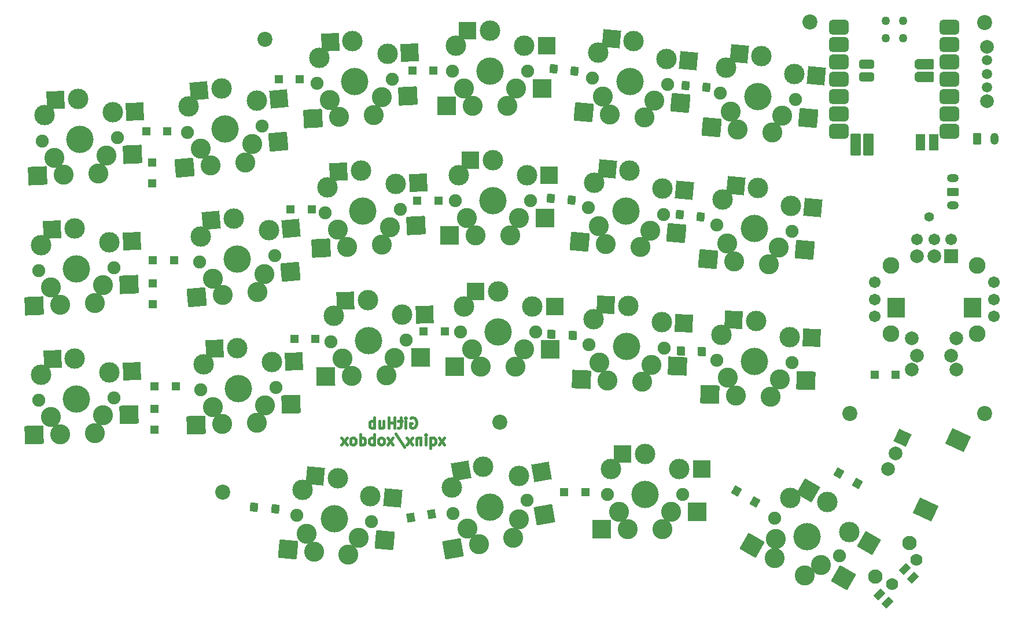
<source format=gbr>
%TF.GenerationSoftware,KiCad,Pcbnew,(6.0.0-0)*%
%TF.CreationDate,2023-10-27T21:44:22-07:00*%
%TF.ProjectId,xobdox_seeed,786f6264-6f78-45f7-9365-6565642e6b69,rev?*%
%TF.SameCoordinates,Original*%
%TF.FileFunction,Soldermask,Bot*%
%TF.FilePolarity,Negative*%
%FSLAX46Y46*%
G04 Gerber Fmt 4.6, Leading zero omitted, Abs format (unit mm)*
G04 Created by KiCad (PCBNEW (6.0.0-0)) date 2023-10-27 21:44:22*
%MOMM*%
%LPD*%
G01*
G04 APERTURE LIST*
G04 Aperture macros list*
%AMRoundRect*
0 Rectangle with rounded corners*
0 $1 Rounding radius*
0 $2 $3 $4 $5 $6 $7 $8 $9 X,Y pos of 4 corners*
0 Add a 4 corners polygon primitive as box body*
4,1,4,$2,$3,$4,$5,$6,$7,$8,$9,$2,$3,0*
0 Add four circle primitives for the rounded corners*
1,1,$1+$1,$2,$3*
1,1,$1+$1,$4,$5*
1,1,$1+$1,$6,$7*
1,1,$1+$1,$8,$9*
0 Add four rect primitives between the rounded corners*
20,1,$1+$1,$2,$3,$4,$5,0*
20,1,$1+$1,$4,$5,$6,$7,0*
20,1,$1+$1,$6,$7,$8,$9,0*
20,1,$1+$1,$8,$9,$2,$3,0*%
%AMRotRect*
0 Rectangle, with rotation*
0 The origin of the aperture is its center*
0 $1 length*
0 $2 width*
0 $3 Rotation angle, in degrees counterclockwise*
0 Add horizontal line*
21,1,$1,$2,0,0,$3*%
G04 Aperture macros list end*
%ADD10C,0.381000*%
%ADD11C,3.000000*%
%ADD12C,2.930000*%
%ADD13C,4.000000*%
%ADD14C,1.900000*%
%ADD15RoundRect,0.101600X1.207833X1.315015X-1.338673X1.181559X-1.207833X-1.315015X1.338673X-1.181559X0*%
%ADD16RotRect,2.600000X2.600000X3.000000*%
%ADD17RotRect,2.600000X2.600000X5.000000*%
%ADD18RoundRect,0.101600X1.161204X1.356367X-1.379093X1.134120X-1.161204X-1.356367X1.379093X-1.134120X0*%
%ADD19R,1.300000X1.150000*%
%ADD20RotRect,1.150000X1.300000X358.000000*%
%ADD21C,2.200000*%
%ADD22RoundRect,0.101600X1.729182X0.445032X-0.479182X1.720032X-1.729182X-0.445032X0.479182X-1.720032X0*%
%ADD23RotRect,2.600000X2.600000X330.000000*%
%ADD24RoundRect,0.101600X1.379093X1.134120X-1.161204X1.356367X-1.379093X-1.134120X1.161204X-1.356367X0*%
%ADD25RotRect,2.600000X2.600000X355.000000*%
%ADD26RotRect,1.150000X1.300000X357.500000*%
%ADD27C,1.270000*%
%ADD28RoundRect,0.401600X-0.700000X-0.300000X0.700000X-0.300000X0.700000X0.300000X-0.700000X0.300000X0*%
%ADD29RoundRect,0.101600X-0.600000X-1.100000X0.600000X-1.100000X0.600000X1.100000X-0.600000X1.100000X0*%
%ADD30C,1.400000*%
%ADD31R,1.150000X1.300000*%
%ADD32RotRect,2.600000X2.600000X2.500000*%
%ADD33RoundRect,0.101600X1.219262X1.304425X-1.328311X1.193196X-1.219262X-1.304425X1.328311X-1.193196X0*%
%ADD34C,1.778000*%
%ADD35C,2.100000*%
%ADD36RotRect,1.150000X1.300000X355.000000*%
%ADD37RoundRect,0.101600X1.275000X1.250000X-1.275000X1.250000X-1.275000X-1.250000X1.275000X-1.250000X0*%
%ADD38R,2.600000X2.600000*%
%ADD39RoundRect,0.101600X1.317848X1.204742X-1.230599X1.293735X-1.317848X-1.204742X1.230599X-1.293735X0*%
%ADD40RotRect,2.600000X2.600000X358.000000*%
%ADD41RotRect,1.150000X1.300000X10.000000*%
%ADD42RotRect,2.600000X2.600000X357.500000*%
%ADD43RoundRect,0.101600X1.328311X1.193196X-1.219262X1.304425X-1.328311X-1.193196X1.219262X-1.304425X0*%
%ADD44RotRect,2.600000X2.600000X10.000000*%
%ADD45RoundRect,0.101600X1.038570X1.452411X-1.472690X1.009608X-1.038570X-1.452411X1.472690X-1.009608X0*%
%ADD46RotRect,2.600000X2.600000X2.000000*%
%ADD47RoundRect,0.101600X1.230599X1.293735X-1.317848X1.204742X-1.230599X-1.293735X1.317848X-1.204742X0*%
%ADD48RoundRect,0.250000X0.625000X-0.350000X0.625000X0.350000X-0.625000X0.350000X-0.625000X-0.350000X0*%
%ADD49O,1.750000X1.200000*%
%ADD50RotRect,1.150000X1.300000X330.000000*%
%ADD51RotRect,2.000000X2.000000X335.000000*%
%ADD52C,2.000000*%
%ADD53RotRect,3.000000X2.500000X335.000000*%
%ADD54RoundRect,0.101600X1.252990X1.272061X-1.296621X1.227558X-1.252990X-1.272061X1.296621X-1.227558X0*%
%ADD55RotRect,2.600000X2.600000X1.000000*%
%ADD56C,1.511200*%
%ADD57C,2.003200*%
%ADD58C,2.453200*%
%ADD59C,1.711200*%
%ADD60RoundRect,0.250000X-0.350000X-0.625000X0.350000X-0.625000X0.350000X0.625000X-0.350000X0.625000X0*%
%ADD61O,1.200000X1.750000*%
%ADD62RotRect,1.550000X1.000000X45.000000*%
%ADD63R,2.000000X2.000000*%
%ADD64R,2.500000X3.000000*%
%ADD65RoundRect,0.601600X0.875000X0.500000X-0.875000X0.500000X-0.875000X-0.500000X0.875000X-0.500000X0*%
%ADD66RoundRect,0.101600X1.143000X0.635000X-1.143000X0.635000X-1.143000X-0.635000X1.143000X-0.635000X0*%
%ADD67RoundRect,0.401600X0.700000X0.300000X-0.700000X0.300000X-0.700000X-0.300000X0.700000X-0.300000X0*%
%ADD68RoundRect,0.101600X0.635000X-1.543000X0.635000X1.543000X-0.635000X1.543000X-0.635000X-1.543000X0*%
%ADD69RoundRect,0.101600X0.600000X1.100000X-0.600000X1.100000X-0.600000X-1.100000X0.600000X-1.100000X0*%
%ADD70RoundRect,0.250000X-0.625000X0.350000X-0.625000X-0.350000X0.625000X-0.350000X0.625000X0.350000X0*%
G04 APERTURE END LIST*
D10*
X128676287Y-113885980D02*
X128821430Y-113813408D01*
X129039144Y-113813408D01*
X129256859Y-113885980D01*
X129402002Y-114031122D01*
X129474573Y-114176265D01*
X129547144Y-114466551D01*
X129547144Y-114684265D01*
X129474573Y-114974551D01*
X129402002Y-115119694D01*
X129256859Y-115264837D01*
X129039144Y-115337408D01*
X128894002Y-115337408D01*
X128676287Y-115264837D01*
X128603716Y-115192265D01*
X128603716Y-114684265D01*
X128894002Y-114684265D01*
X127950573Y-115337408D02*
X127950573Y-114321408D01*
X127950573Y-113813408D02*
X128023144Y-113885980D01*
X127950573Y-113958551D01*
X127878002Y-113885980D01*
X127950573Y-113813408D01*
X127950573Y-113958551D01*
X127442573Y-114321408D02*
X126862002Y-114321408D01*
X127224859Y-113813408D02*
X127224859Y-115119694D01*
X127152287Y-115264837D01*
X127007144Y-115337408D01*
X126862002Y-115337408D01*
X126354002Y-115337408D02*
X126354002Y-113813408D01*
X126354002Y-114539122D02*
X125483144Y-114539122D01*
X125483144Y-115337408D02*
X125483144Y-113813408D01*
X124104287Y-114321408D02*
X124104287Y-115337408D01*
X124757430Y-114321408D02*
X124757430Y-115119694D01*
X124684859Y-115264837D01*
X124539716Y-115337408D01*
X124322002Y-115337408D01*
X124176859Y-115264837D01*
X124104287Y-115192265D01*
X123378573Y-115337408D02*
X123378573Y-113813408D01*
X123378573Y-114393980D02*
X123233430Y-114321408D01*
X122943144Y-114321408D01*
X122798002Y-114393980D01*
X122725430Y-114466551D01*
X122652859Y-114611694D01*
X122652859Y-115047122D01*
X122725430Y-115192265D01*
X122798002Y-115264837D01*
X122943144Y-115337408D01*
X123233430Y-115337408D01*
X123378573Y-115264837D01*
X133647430Y-117791048D02*
X132849144Y-116775048D01*
X133647430Y-116775048D02*
X132849144Y-117791048D01*
X131615430Y-116775048D02*
X131615430Y-118299048D01*
X131615430Y-117718477D02*
X131760573Y-117791048D01*
X132050859Y-117791048D01*
X132196002Y-117718477D01*
X132268573Y-117645905D01*
X132341144Y-117500762D01*
X132341144Y-117065334D01*
X132268573Y-116920191D01*
X132196002Y-116847620D01*
X132050859Y-116775048D01*
X131760573Y-116775048D01*
X131615430Y-116847620D01*
X130889716Y-117791048D02*
X130889716Y-116775048D01*
X130889716Y-116267048D02*
X130962287Y-116339620D01*
X130889716Y-116412191D01*
X130817144Y-116339620D01*
X130889716Y-116267048D01*
X130889716Y-116412191D01*
X130164002Y-116775048D02*
X130164002Y-117791048D01*
X130164002Y-116920191D02*
X130091430Y-116847620D01*
X129946287Y-116775048D01*
X129728573Y-116775048D01*
X129583430Y-116847620D01*
X129510859Y-116992762D01*
X129510859Y-117791048D01*
X128930287Y-117791048D02*
X128132002Y-116775048D01*
X128930287Y-116775048D02*
X128132002Y-117791048D01*
X126462859Y-116194477D02*
X127769144Y-118153905D01*
X126100002Y-117791048D02*
X125301716Y-116775048D01*
X126100002Y-116775048D02*
X125301716Y-117791048D01*
X124503430Y-117791048D02*
X124648573Y-117718477D01*
X124721144Y-117645905D01*
X124793716Y-117500762D01*
X124793716Y-117065334D01*
X124721144Y-116920191D01*
X124648573Y-116847620D01*
X124503430Y-116775048D01*
X124285716Y-116775048D01*
X124140573Y-116847620D01*
X124068002Y-116920191D01*
X123995430Y-117065334D01*
X123995430Y-117500762D01*
X124068002Y-117645905D01*
X124140573Y-117718477D01*
X124285716Y-117791048D01*
X124503430Y-117791048D01*
X123342287Y-117791048D02*
X123342287Y-116267048D01*
X123342287Y-116847620D02*
X123197144Y-116775048D01*
X122906859Y-116775048D01*
X122761716Y-116847620D01*
X122689144Y-116920191D01*
X122616573Y-117065334D01*
X122616573Y-117500762D01*
X122689144Y-117645905D01*
X122761716Y-117718477D01*
X122906859Y-117791048D01*
X123197144Y-117791048D01*
X123342287Y-117718477D01*
X121310287Y-117791048D02*
X121310287Y-116267048D01*
X121310287Y-117718477D02*
X121455430Y-117791048D01*
X121745716Y-117791048D01*
X121890859Y-117718477D01*
X121963430Y-117645905D01*
X122036002Y-117500762D01*
X122036002Y-117065334D01*
X121963430Y-116920191D01*
X121890859Y-116847620D01*
X121745716Y-116775048D01*
X121455430Y-116775048D01*
X121310287Y-116847620D01*
X120366859Y-117791048D02*
X120512002Y-117718477D01*
X120584573Y-117645905D01*
X120657144Y-117500762D01*
X120657144Y-117065334D01*
X120584573Y-116920191D01*
X120512002Y-116847620D01*
X120366859Y-116775048D01*
X120149144Y-116775048D01*
X120004002Y-116847620D01*
X119931430Y-116920191D01*
X119858859Y-117065334D01*
X119858859Y-117500762D01*
X119931430Y-117645905D01*
X120004002Y-117718477D01*
X120149144Y-117791048D01*
X120366859Y-117791048D01*
X119350859Y-117791048D02*
X118552573Y-116775048D01*
X119350859Y-116775048D02*
X118552573Y-117791048D01*
D11*
%TO.C,S9*%
X116511692Y-80106205D03*
X126497988Y-79582845D03*
D12*
X119430448Y-88795357D03*
D11*
X121389701Y-77647540D03*
D13*
X121701100Y-83589386D03*
D14*
X116208638Y-83877234D03*
D12*
X118029255Y-86325305D03*
X124503486Y-88529491D03*
X125638812Y-85926505D03*
D14*
X127193562Y-83301538D03*
D15*
X115620676Y-88995019D03*
D16*
X118119189Y-77818941D03*
X129768500Y-79411445D03*
D15*
X129448584Y-85726843D03*
%TD*%
D14*
%TO.C,S8*%
X97822029Y-91068743D03*
X108780171Y-90110029D03*
D11*
X107955239Y-86417877D03*
D12*
X106274186Y-95428679D03*
X107317977Y-92787657D03*
D13*
X103301100Y-90589386D03*
D12*
X101213517Y-95871431D03*
X99726974Y-93451784D03*
D11*
X97993292Y-87289435D03*
X102782523Y-84662028D03*
D17*
X99519986Y-84947463D03*
D18*
X97413034Y-96203930D03*
D17*
X111217777Y-86132442D03*
D18*
X111118460Y-92455158D03*
%TD*%
D19*
%TO.C,D1*%
X90855800Y-79553400D03*
X90855800Y-76453400D03*
%TD*%
D20*
%TO.C,D18*%
X171322656Y-104143294D03*
X168224544Y-104035106D03*
%TD*%
D21*
%TO.C,H3*%
X101168200Y-124688600D03*
%TD*%
D13*
%TO.C,S22*%
X186701100Y-131289386D03*
D14*
X181937960Y-128539386D03*
D12*
X186360805Y-136958795D03*
X188730657Y-135394091D03*
D14*
X191464240Y-134039386D03*
D12*
X181961395Y-134418795D03*
D11*
X189676100Y-126136535D03*
X184245973Y-125541791D03*
X192906227Y-130541791D03*
D12*
X182131543Y-131584091D03*
D22*
X178657509Y-132511295D03*
D23*
X186839867Y-124499035D03*
D22*
X192034544Y-137301591D03*
D23*
X195742460Y-132179291D03*
%TD*%
D11*
%TO.C,S19*%
X122808908Y-125289435D03*
D14*
X122980171Y-129068743D03*
D12*
X121075226Y-131451784D03*
D13*
X117501100Y-128589386D03*
D12*
X113484223Y-130787657D03*
D14*
X112022029Y-128110029D03*
D11*
X112846961Y-124417877D03*
D12*
X114528014Y-133428679D03*
D11*
X118019677Y-122662028D03*
D12*
X119588683Y-133871431D03*
D24*
X110727532Y-133096180D03*
D25*
X114757139Y-122376592D03*
D24*
X124875709Y-131784283D03*
D25*
X126071445Y-125574870D03*
%TD*%
D26*
%TO.C,D17*%
X152373725Y-101743810D03*
X149276675Y-101608590D03*
%TD*%
D27*
%TO.C,U1*%
X198231100Y-58239386D03*
X200771100Y-55699386D03*
X198231100Y-55699386D03*
X200771100Y-58239386D03*
D28*
X195456100Y-63954386D03*
X195456100Y-62049386D03*
D29*
X203311100Y-73479386D03*
X205216100Y-73479386D03*
%TD*%
D30*
%TO.C,J3*%
X204597000Y-84429600D03*
%TD*%
D31*
%TO.C,D10*%
X132741000Y-82067400D03*
X129641000Y-82067400D03*
%TD*%
%TO.C,D14*%
X94310800Y-109245400D03*
X91210800Y-109245400D03*
%TD*%
D12*
%TO.C,S1*%
X77935101Y-78275347D03*
X76555517Y-75793161D03*
D14*
X85745862Y-72849482D03*
D13*
X80251097Y-73089389D03*
D14*
X74756332Y-73329296D03*
D11*
X79991562Y-67145052D03*
X85082765Y-69124861D03*
D12*
X83010266Y-78053761D03*
D11*
X75092283Y-69561055D03*
D12*
X84168264Y-75460782D03*
D32*
X76719679Y-67287906D03*
D33*
X74123732Y-78441755D03*
X87979633Y-75294374D03*
D32*
X88354648Y-68982008D03*
%TD*%
D31*
%TO.C,D8*%
X94056800Y-90779600D03*
X90956800Y-90779600D03*
%TD*%
D34*
%TO.C,S23*%
X199179078Y-138173212D03*
X202714612Y-134637678D03*
D35*
X196704204Y-137112552D03*
X201653952Y-132162804D03*
%TD*%
D31*
%TO.C,D22*%
X154280200Y-124688600D03*
X151180200Y-124688600D03*
%TD*%
%TO.C,D2*%
X93091600Y-71907400D03*
X89991600Y-71907400D03*
%TD*%
D12*
%TO.C,S11*%
X162288683Y-88871431D03*
D11*
X165508908Y-80289435D03*
D12*
X157228014Y-88428679D03*
D14*
X154722029Y-83110029D03*
X165680171Y-84068743D03*
D11*
X160719677Y-77662028D03*
D12*
X163775226Y-86451784D03*
D11*
X155546961Y-79417877D03*
D13*
X160201100Y-83589386D03*
D12*
X156184223Y-85787657D03*
D25*
X157457139Y-77376592D03*
D24*
X153427532Y-88096180D03*
X167575709Y-86784283D03*
D25*
X168771445Y-80574870D03*
%TD*%
D36*
%TO.C,D5*%
X152674102Y-63050891D03*
X149585898Y-62780709D03*
%TD*%
D19*
%TO.C,D13*%
X91160600Y-115621400D03*
X91160600Y-112521400D03*
%TD*%
D13*
%TO.C,S3*%
X120501100Y-64589386D03*
D14*
X125993562Y-64301538D03*
D12*
X118230448Y-69795357D03*
D11*
X120189701Y-58647540D03*
D12*
X124438812Y-66926505D03*
D14*
X115008638Y-64877234D03*
D12*
X116829255Y-67325305D03*
D11*
X115311692Y-61106205D03*
X125297988Y-60582845D03*
D12*
X123303486Y-69529491D03*
D15*
X114420676Y-69995019D03*
D16*
X116919189Y-58818941D03*
D15*
X128248584Y-66726843D03*
D16*
X128568500Y-60411445D03*
%TD*%
D11*
%TO.C,S10*%
X145701100Y-78339386D03*
X135701100Y-78339386D03*
D12*
X144511100Y-84629386D03*
D11*
X140701100Y-76139386D03*
D14*
X135201100Y-82089386D03*
D12*
X138161100Y-87169386D03*
D13*
X140701100Y-82089386D03*
D12*
X143241100Y-87169386D03*
X136891100Y-84629386D03*
D14*
X146201100Y-82089386D03*
D37*
X134346100Y-87169386D03*
D38*
X137426100Y-76139386D03*
X148976100Y-78339386D03*
D37*
X148326100Y-84629386D03*
%TD*%
D11*
%TO.C,S18*%
X184128927Y-102016168D03*
D14*
X184497750Y-105781333D03*
D11*
X179208752Y-99643011D03*
D12*
X181362263Y-110754936D03*
X176285358Y-110577647D03*
X175104776Y-107994872D03*
D11*
X174135019Y-101667173D03*
D14*
X173504450Y-105397439D03*
D12*
X182720134Y-108260806D03*
D13*
X179001100Y-105589386D03*
D39*
X172472682Y-110444505D03*
D40*
X175935747Y-99528715D03*
X187401932Y-102130464D03*
D39*
X186532810Y-108393947D03*
%TD*%
D31*
%TO.C,D4*%
X132029800Y-62966600D03*
X128929800Y-62966600D03*
%TD*%
D41*
%TO.C,D21*%
X131777652Y-127924645D03*
X128724748Y-128462955D03*
%TD*%
D31*
%TO.C,D3*%
X112471800Y-64287400D03*
X109371800Y-64287400D03*
%TD*%
D12*
%TO.C,S4*%
X142841100Y-68169386D03*
D14*
X134801100Y-63089386D03*
X145801100Y-63089386D03*
D12*
X136491100Y-65629386D03*
D13*
X140301100Y-63089386D03*
D11*
X140301100Y-57139386D03*
X135301100Y-59339386D03*
D12*
X144111100Y-65629386D03*
X137761100Y-68169386D03*
D11*
X145301100Y-59339386D03*
D38*
X137026100Y-57139386D03*
D37*
X133946100Y-68169386D03*
X147926100Y-65629386D03*
D38*
X148576100Y-59339386D03*
%TD*%
D13*
%TO.C,S17*%
X160251100Y-103389386D03*
D11*
X155419432Y-99424858D03*
D12*
X163946680Y-106093158D03*
D11*
X160510635Y-97445049D03*
D14*
X154756335Y-103149479D03*
D12*
X156333933Y-105760779D03*
D14*
X165745865Y-103629293D03*
D12*
X157491931Y-108353758D03*
X162567096Y-108575344D03*
D11*
X165409914Y-99861052D03*
D42*
X157238752Y-97302196D03*
D43*
X153680562Y-108187350D03*
D42*
X168681797Y-100003906D03*
D43*
X167758049Y-106259566D03*
%TD*%
D14*
%TO.C,S5*%
X166280171Y-65068743D03*
D11*
X156146961Y-60417877D03*
D12*
X157828014Y-69428679D03*
D11*
X161319677Y-58662028D03*
D13*
X160801100Y-64589386D03*
D12*
X164375226Y-67451784D03*
D11*
X166108908Y-61289435D03*
D12*
X162888683Y-69871431D03*
D14*
X155322029Y-64110029D03*
D12*
X156784223Y-66787657D03*
D24*
X154027532Y-69096180D03*
D25*
X158057139Y-58376592D03*
X169371445Y-61574870D03*
D24*
X168175709Y-67784283D03*
%TD*%
D31*
%TO.C,D16*%
X133680800Y-101193600D03*
X130580800Y-101193600D03*
%TD*%
%TO.C,D15*%
X114757800Y-102285800D03*
X111657800Y-102285800D03*
%TD*%
D12*
%TO.C,S20*%
X136990049Y-130052397D03*
D14*
X134884657Y-127844451D03*
D12*
X143684644Y-131451143D03*
D14*
X145717543Y-125934321D03*
D11*
X134725881Y-124064598D03*
D12*
X138681821Y-132333276D03*
D11*
X144573958Y-122328116D03*
X139267893Y-121029780D03*
D12*
X144494284Y-128729198D03*
D13*
X140301100Y-126889386D03*
D44*
X136042648Y-121598478D03*
D45*
X134924779Y-132995744D03*
X148251325Y-128066730D03*
D44*
X147799203Y-121759418D03*
%TD*%
D21*
%TO.C,H8*%
X141720000Y-114510000D03*
%TD*%
%TO.C,H5*%
X187100000Y-55900000D03*
%TD*%
D36*
%TO.C,D11*%
X152242302Y-81999291D03*
X149154098Y-81729109D03*
%TD*%
D13*
%TO.C,S13*%
X79751100Y-111089386D03*
D14*
X74254450Y-111281333D03*
D11*
X84617181Y-107167173D03*
D12*
X76032066Y-113760806D03*
X82466842Y-116077647D03*
X77389937Y-116254936D03*
X83647424Y-113494872D03*
D11*
X74623273Y-107516168D03*
X79543448Y-105143011D03*
D14*
X85247750Y-110897439D03*
D46*
X76270443Y-105257306D03*
D47*
X73577261Y-116388078D03*
D46*
X87890186Y-107052877D03*
D47*
X87460100Y-113361730D03*
%TD*%
D48*
%TO.C,J1*%
X208000000Y-80750000D03*
D49*
X208000000Y-78750000D03*
%TD*%
D21*
%TO.C,H6*%
X212700000Y-56000000D03*
%TD*%
D14*
%TO.C,S16*%
X147001100Y-101289386D03*
D12*
X137691100Y-103829386D03*
D11*
X141501100Y-95339386D03*
D14*
X136001100Y-101289386D03*
D12*
X144041100Y-106369386D03*
X138961100Y-106369386D03*
X145311100Y-103829386D03*
D13*
X141501100Y-101289386D03*
D11*
X136501100Y-97539386D03*
X146501100Y-97539386D03*
D37*
X135146100Y-106369386D03*
D38*
X138226100Y-95339386D03*
D37*
X149126100Y-103829386D03*
D38*
X149776100Y-97539386D03*
%TD*%
D31*
%TO.C,D19*%
X199670000Y-107543600D03*
X196570000Y-107543600D03*
%TD*%
D36*
%TO.C,D6*%
X171998204Y-65446582D03*
X168910000Y-65176400D03*
%TD*%
D50*
%TO.C,D24*%
X194052139Y-123457000D03*
X191367461Y-121907000D03*
%TD*%
D51*
%TO.C,ENC1*%
X200685815Y-116770248D03*
D52*
X198572724Y-121301787D03*
X199629269Y-119036017D03*
D53*
X204059915Y-127280978D03*
X208793240Y-117130331D03*
%TD*%
D11*
%TO.C,S15*%
X117436415Y-98927219D03*
D12*
X120050145Y-107712941D03*
D14*
X128000262Y-102493398D03*
X117001938Y-102685374D03*
D12*
X125129371Y-107624283D03*
X126354849Y-105062505D03*
D11*
X122397258Y-96640292D03*
D12*
X118736009Y-105195493D03*
D11*
X127434892Y-98752695D03*
D13*
X122501100Y-102589386D03*
D54*
X116235726Y-107779522D03*
D55*
X119122757Y-96697449D03*
D54*
X130169268Y-104995925D03*
D55*
X130709393Y-98695538D03*
%TD*%
D19*
%TO.C,D7*%
X90982800Y-97231800D03*
X90982800Y-94131800D03*
%TD*%
D11*
%TO.C,S14*%
X103293448Y-103643011D03*
D14*
X98004450Y-109781333D03*
D12*
X99782066Y-112260806D03*
D14*
X108997750Y-109397439D03*
D11*
X108367181Y-105667173D03*
X98373273Y-106016168D03*
D13*
X103501100Y-109589386D03*
D12*
X107397424Y-111994872D03*
X101139937Y-114754936D03*
X106216842Y-114577647D03*
D47*
X97327261Y-114888078D03*
D46*
X100020443Y-103757306D03*
X111640186Y-105552877D03*
D47*
X111210100Y-111861730D03*
%TD*%
D56*
%TO.C,SW1*%
X213000000Y-63500000D03*
X213000000Y-65500000D03*
X213000000Y-61500000D03*
D57*
X213000000Y-67500000D03*
X213000000Y-59500000D03*
%TD*%
D36*
%TO.C,D20*%
X108884502Y-127211291D03*
X105796298Y-126941109D03*
%TD*%
D14*
%TO.C,S2*%
X96022029Y-72068743D03*
D12*
X99413517Y-76871431D03*
D11*
X100982523Y-65662028D03*
D12*
X97926974Y-74451784D03*
X105517977Y-73787657D03*
D14*
X106980171Y-71110029D03*
D11*
X106155239Y-67417877D03*
D12*
X104474186Y-76428679D03*
D13*
X101501100Y-71589386D03*
D11*
X96193292Y-68289435D03*
D18*
X95613034Y-77203930D03*
D17*
X97719986Y-65947463D03*
D18*
X109318460Y-73455158D03*
D17*
X109417777Y-67132442D03*
%TD*%
D50*
%TO.C,D23*%
X179066139Y-126149400D03*
X176381461Y-124599400D03*
%TD*%
D12*
%TO.C,S12*%
X174984223Y-88287657D03*
X176028014Y-90928679D03*
X182575226Y-88951784D03*
D11*
X184308908Y-82789435D03*
D14*
X173522029Y-85610029D03*
D11*
X174346961Y-81917877D03*
D13*
X179001100Y-86089386D03*
D12*
X181088683Y-91371431D03*
D14*
X184480171Y-86568743D03*
D11*
X179519677Y-80162028D03*
D24*
X172227532Y-90596180D03*
D25*
X176257139Y-79876592D03*
X187571445Y-83074870D03*
D24*
X186375709Y-89284283D03*
%TD*%
D14*
%TO.C,S7*%
X85245865Y-91849479D03*
X74256335Y-92329293D03*
D11*
X84582768Y-88124858D03*
D12*
X83668267Y-94460779D03*
D11*
X74592286Y-88561052D03*
D12*
X76055520Y-94793158D03*
D11*
X79491565Y-86145049D03*
D13*
X79751100Y-92089386D03*
D12*
X77435104Y-97275344D03*
X82510269Y-97053758D03*
D33*
X73623735Y-97441752D03*
D32*
X76219682Y-86287903D03*
D33*
X87479636Y-94294371D03*
D32*
X87854651Y-87982005D03*
%TD*%
D57*
%TO.C,JOY1*%
X202050000Y-102250000D03*
X208550000Y-102250000D03*
X202050000Y-106750000D03*
X208550000Y-106750000D03*
D58*
X198975000Y-91500000D03*
X211625000Y-91500000D03*
X198975000Y-101500000D03*
X211625000Y-101500000D03*
D59*
X207800000Y-87770000D03*
X205300000Y-87770000D03*
X202800000Y-87770000D03*
X214030000Y-99000000D03*
X196570000Y-99000000D03*
X214030000Y-96500000D03*
X196570000Y-96500000D03*
X214030000Y-94000000D03*
X196570000Y-94000000D03*
%TD*%
D60*
%TO.C,BAT1*%
X211580000Y-72980000D03*
D61*
X214120000Y-72980000D03*
%TD*%
D62*
%TO.C,S24*%
X198494021Y-140934461D03*
X202206332Y-137222150D03*
X197291939Y-139732379D03*
X201004250Y-136020068D03*
%TD*%
D21*
%TO.C,H2*%
X107391200Y-58445400D03*
%TD*%
D31*
%TO.C,D9*%
X114224400Y-83312000D03*
X111124400Y-83312000D03*
%TD*%
D63*
%TO.C,ENC2*%
X207822800Y-90220800D03*
D52*
X202822800Y-90220800D03*
X205322800Y-90220800D03*
D64*
X199722800Y-97720800D03*
X210922800Y-97720800D03*
D52*
X207822800Y-104720800D03*
X202822800Y-104720800D03*
%TD*%
D36*
%TO.C,D12*%
X171139902Y-84386891D03*
X168051698Y-84116709D03*
%TD*%
D21*
%TO.C,H4*%
X193000000Y-113200000D03*
%TD*%
%TO.C,H7*%
X212700000Y-113200000D03*
%TD*%
D11*
%TO.C,S6*%
X174846961Y-62617877D03*
D12*
X175484223Y-68987657D03*
D11*
X180019677Y-60862028D03*
D14*
X174022029Y-66310029D03*
D12*
X176528014Y-71628679D03*
D11*
X184808908Y-63489435D03*
D13*
X179501100Y-66789386D03*
D12*
X183075226Y-69651784D03*
D14*
X184980171Y-67268743D03*
D12*
X181588683Y-72071431D03*
D24*
X172727532Y-71296180D03*
D25*
X176757139Y-60576592D03*
D24*
X186875709Y-69984283D03*
D25*
X188071445Y-63774870D03*
%TD*%
D13*
%TO.C,S21*%
X163001100Y-125089386D03*
D12*
X165541100Y-130169386D03*
X159191100Y-127629386D03*
D11*
X158001100Y-121339386D03*
D14*
X157501100Y-125089386D03*
D11*
X168001100Y-121339386D03*
D12*
X166811100Y-127629386D03*
D11*
X163001100Y-119139386D03*
D14*
X168501100Y-125089386D03*
D12*
X160461100Y-130169386D03*
D38*
X159726100Y-119139386D03*
D37*
X156646100Y-130169386D03*
D38*
X171276100Y-121339386D03*
D37*
X170626100Y-127629386D03*
%TD*%
D65*
%TO.C,U2*%
X207556100Y-56629386D03*
X207556100Y-59169386D03*
X207556100Y-61709386D03*
X207556100Y-64249386D03*
X207556100Y-66789386D03*
X207556100Y-69329386D03*
X207556100Y-71869386D03*
X191391100Y-71869386D03*
X191391100Y-69329386D03*
X191391100Y-66789386D03*
X191391100Y-64249386D03*
X191391100Y-61709386D03*
X191391100Y-59169386D03*
X191391100Y-56629386D03*
D66*
X203946100Y-63954386D03*
D67*
X203546100Y-63954386D03*
D66*
X203946100Y-62049386D03*
D67*
X203546100Y-62049386D03*
D68*
X195691100Y-73879386D03*
D69*
X195691100Y-73479386D03*
D68*
X193786100Y-73879386D03*
D69*
X193786100Y-73479386D03*
%TD*%
D70*
%TO.C,J2*%
X208000000Y-80750000D03*
D49*
X208000000Y-82750000D03*
%TD*%
M02*

</source>
